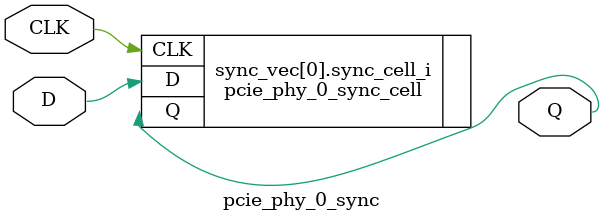
<source format=v>

`timescale 1ps / 1ps

(* DowngradeIPIdentifiedWarnings = "yes" *)
module pcie_phy_0_sync #
(
    parameter integer WIDTH = 1, 
    parameter integer STAGE = 3
)
(
    //-------------------------------------------------------------------------- 
    //  Input Ports
    //-------------------------------------------------------------------------- 
    input                               CLK,
    input       [WIDTH-1:0]             D,
    
    //-------------------------------------------------------------------------- 
    //  Output Ports
    //-------------------------------------------------------------------------- 
    output      [WIDTH-1:0]             Q
);                                                        



//--------------------------------------------------------------------------------------------------
//  Generate Synchronizer - Begin
//--------------------------------------------------------------------------------------------------
genvar i;

generate for (i=0; i<WIDTH; i=i+1) 

    begin : sync_vec

    //----------------------------------------------------------------------
    //  Synchronizer
    //----------------------------------------------------------------------
    pcie_phy_0_sync_cell #
    (
        .STAGE                          (STAGE)
    )    
    sync_cell_i
    (
        //------------------------------------------------------------------
        //  Input Ports
        //------------------------------------------------------------------
        .CLK                            (CLK),
        .D                              (D[i]),

        //------------------------------------------------------------------
        //  Output Ports
        //------------------------------------------------------------------
        .Q                              (Q[i])
    );
 
    end   
      
endgenerate 
//--------------------------------------------------------------------------------------------------
//  Generate - End
//--------------------------------------------------------------------------------------------------



endmodule

</source>
